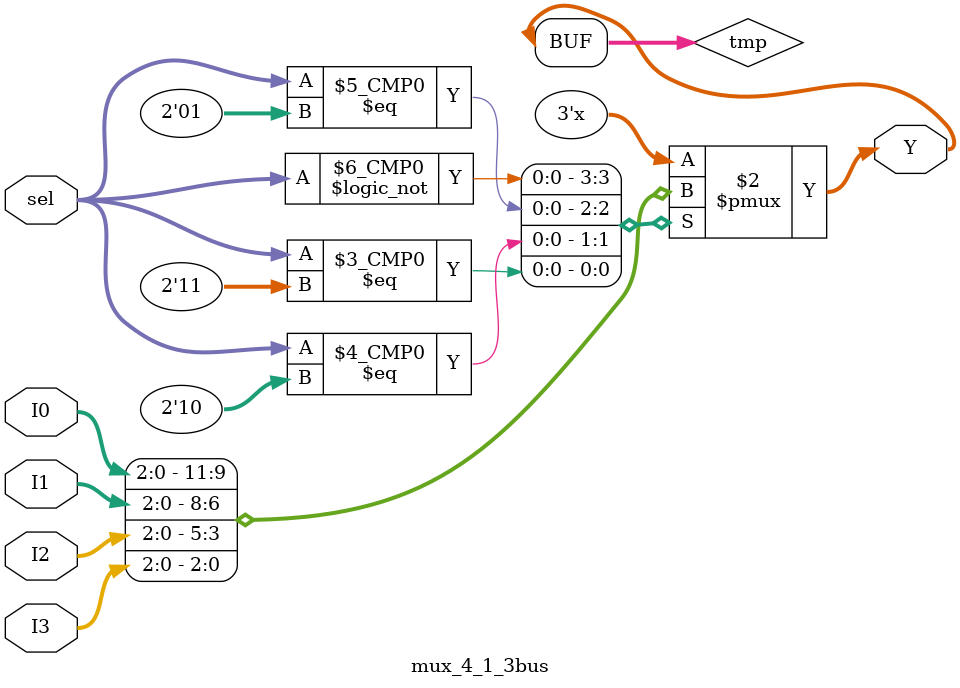
<source format=sv>
module mux_4_1_3bus(
    input [2:0] I0, I1, I2, I3,
    input [1:0] sel,
    output [2:0] Y
    );
    
reg [2:0] tmp;

always @(I0, I1, I2, I3, sel) begin
    case(sel)
    2'b00:  tmp <= I0;
    2'b01:  tmp <= I1;
    2'b10:  tmp <= I2;
    2'b11:  tmp <= I3;
    default: tmp <= 2'b00;
    endcase
end

assign Y = tmp;

endmodule

</source>
